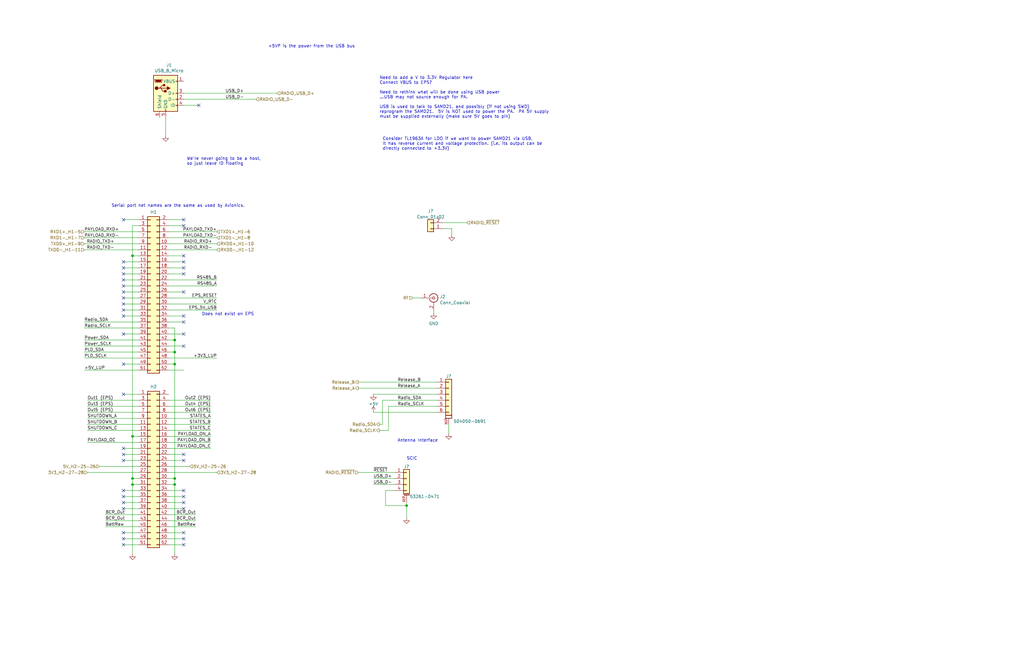
<source format=kicad_sch>
(kicad_sch (version 20211123) (generator eeschema)
  (paper "B")
  (lib_symbols
    (symbol "Avionics_Board-rescue:USB_B_Micro-Connector" (pin_names (offset 1.016))
      (property "Reference" "J" (at -5.08 11.43 0))
      (property "Value" "USB_B_Micro-Connector" (at -5.08 8.89 0))
      (symbol "USB_B_Micro-Connector_0_1"
        (rectangle (start -5.08 -7.62) (end 5.08 7.62) (stroke (width 0.254)) (fill (type background)))
        (circle (center -3.81 2.159) (radius 0.635) (stroke (width 0.254)) (fill (type outline)))
        (circle (center -0.635 3.429) (radius 0.381) (stroke (width 0.254)) (fill (type outline)))
        (rectangle (start -0.127 -7.62) (end 0.127 -6.858))
        (polyline (pts (xy -1.905 2.159) (xy 0.635 2.159)) (stroke (width 0.254)))
        (polyline (pts (xy -3.175 2.159) (xy -2.54 2.159) (xy -1.27 3.429) (xy -0.635 3.429)) (stroke (width 0.254)))
        (polyline (pts (xy -2.54 2.159) (xy -1.905 2.159) (xy -1.27 0.889) (xy 0 0.889)) (stroke (width 0.254)))
        (polyline (pts (xy 0.635 2.794) (xy 0.635 1.524) (xy 1.905 2.159) (xy 0.635 2.794)) (stroke (width 0.254)) (fill (type outline)))
        (polyline (pts (xy -4.318 5.588) (xy -1.778 5.588) (xy -2.032 4.826) (xy -4.064 4.826) (xy -4.318 5.588)) (fill (type outline)))
        (polyline (pts (xy -4.699 5.842) (xy -4.699 5.588) (xy -4.445 4.826) (xy -4.445 4.572) (xy -1.651 4.572) (xy -1.651 4.826) (xy -1.397 5.588) (xy -1.397 5.842) (xy -4.699 5.842)))
        (rectangle (start 0.254 1.27) (end -0.508 0.508) (stroke (width 0.254)) (fill (type outline)))
        (rectangle (start 5.08 -5.207) (end 4.318 -4.953))
        (rectangle (start 5.08 -2.667) (end 4.318 -2.413))
        (rectangle (start 5.08 -0.127) (end 4.318 0.127))
        (rectangle (start 5.08 4.953) (end 4.318 5.207))
      )
      (symbol "USB_B_Micro-Connector_1_1"
        (pin power_out line (at 7.62 5.08 180) (length 2.54) (name "VBUS") (number "1"))
        (pin passive line (at 7.62 -2.54 180) (length 2.54) (name "D-") (number "2"))
        (pin passive line (at 7.62 0 180) (length 2.54) (name "D+") (number "3"))
        (pin passive line (at 7.62 -5.08 180) (length 2.54) (name "ID") (number "4"))
        (pin power_out line (at 0 -10.16 90) (length 2.54) (name "GND") (number "5"))
        (pin passive line (at -2.54 -10.16 90) (length 2.54) (name "Shield") (number "6"))
      )
    )
    (symbol "Connector:Conn_Coaxial" (pin_names (offset 1.016) hide)
      (property "Reference" "J" (at 0.254 3.048 0))
      (property "Value" "Conn_Coaxial" (at 2.921 0 90))
      (symbol "Conn_Coaxial_0_1"
        (arc (start -1.778 -0.508) (mid 0.222 -1.808) (end 1.778 0) (stroke (width 0.254)))
        (polyline (pts (xy -2.54 0) (xy -0.508 0)))
        (polyline (pts (xy 0 -2.54) (xy 0 -1.778)))
        (circle (center 0 0) (radius 0.508) (stroke (width 0.2032)))
        (arc (start 1.778 0) (mid 0.2221 1.8083) (end -1.778 0.508) (stroke (width 0.254)))
      )
      (symbol "Conn_Coaxial_1_1"
        (pin passive line (at -5.08 0 0) (length 2.54) (name "In") (number "1"))
        (pin passive line (at 0 -5.08 90) (length 2.54) (name "Ext") (number "2"))
      )
    )
    (symbol "Connector_Generic:Conn_01x02" (pin_names (offset 1.016) hide)
      (property "Reference" "J" (at 0 2.54 0))
      (property "Value" "Conn_01x02" (at 0 -5.08 0))
      (symbol "Conn_01x02_1_1"
        (rectangle (start -1.27 -2.413) (end 0 -2.667) (stroke (width 0.1524)))
        (rectangle (start -1.27 0.127) (end 0 -0.127) (stroke (width 0.1524)))
        (rectangle (start -1.27 1.27) (end 1.27 -3.81) (stroke (width 0.254)) (fill (type background)))
        (pin passive line (at -5.08 0 0) (length 3.81) (name "Pin_1") (number "1"))
        (pin passive line (at -5.08 -2.54 0) (length 3.81) (name "Pin_2") (number "2"))
      )
    )
    (symbol "Connector_Generic:Conn_02x26_Odd_Even" (pin_names (offset 1.016) hide)
      (property "Reference" "J" (at 1.27 33.02 0))
      (property "Value" "Conn_02x26_Odd_Even" (at 1.27 -35.56 0))
      (symbol "Conn_02x26_Odd_Even_1_1"
        (rectangle (start -1.27 -32.893) (end 0 -33.147) (stroke (width 0.1524)))
        (rectangle (start -1.27 -30.353) (end 0 -30.607) (stroke (width 0.1524)))
        (rectangle (start -1.27 -27.813) (end 0 -28.067) (stroke (width 0.1524)))
        (rectangle (start -1.27 -25.273) (end 0 -25.527) (stroke (width 0.1524)))
        (rectangle (start -1.27 -22.733) (end 0 -22.987) (stroke (width 0.1524)))
        (rectangle (start -1.27 -20.193) (end 0 -20.447) (stroke (width 0.1524)))
        (rectangle (start -1.27 -17.653) (end 0 -17.907) (stroke (width 0.1524)))
        (rectangle (start -1.27 -15.113) (end 0 -15.367) (stroke (width 0.1524)))
        (rectangle (start -1.27 -12.573) (end 0 -12.827) (stroke (width 0.1524)))
        (rectangle (start -1.27 -10.033) (end 0 -10.287) (stroke (width 0.1524)))
        (rectangle (start -1.27 -7.493) (end 0 -7.747) (stroke (width 0.1524)))
        (rectangle (start -1.27 -4.953) (end 0 -5.207) (stroke (width 0.1524)))
        (rectangle (start -1.27 -2.413) (end 0 -2.667) (stroke (width 0.1524)))
        (rectangle (start -1.27 0.127) (end 0 -0.127) (stroke (width 0.1524)))
        (rectangle (start -1.27 2.667) (end 0 2.413) (stroke (width 0.1524)))
        (rectangle (start -1.27 5.207) (end 0 4.953) (stroke (width 0.1524)))
        (rectangle (start -1.27 7.747) (end 0 7.493) (stroke (width 0.1524)))
        (rectangle (start -1.27 10.287) (end 0 10.033) (stroke (width 0.1524)))
        (rectangle (start -1.27 12.827) (end 0 12.573) (stroke (width 0.1524)))
        (rectangle (start -1.27 15.367) (end 0 15.113) (stroke (width 0.1524)))
        (rectangle (start -1.27 17.907) (end 0 17.653) (stroke (width 0.1524)))
        (rectangle (start -1.27 20.447) (end 0 20.193) (stroke (width 0.1524)))
        (rectangle (start -1.27 22.987) (end 0 22.733) (stroke (width 0.1524)))
        (rectangle (start -1.27 25.527) (end 0 25.273) (stroke (width 0.1524)))
        (rectangle (start -1.27 28.067) (end 0 27.813) (stroke (width 0.1524)))
        (rectangle (start -1.27 30.607) (end 0 30.353) (stroke (width 0.1524)))
        (rectangle (start -1.27 31.75) (end 3.81 -34.29) (stroke (width 0.254)) (fill (type background)))
        (rectangle (start 3.81 -32.893) (end 2.54 -33.147) (stroke (width 0.1524)))
        (rectangle (start 3.81 -30.353) (end 2.54 -30.607) (stroke (width 0.1524)))
        (rectangle (start 3.81 -27.813) (end 2.54 -28.067) (stroke (width 0.1524)))
        (rectangle (start 3.81 -25.273) (end 2.54 -25.527) (stroke (width 0.1524)))
        (rectangle (start 3.81 -22.733) (end 2.54 -22.987) (stroke (width 0.1524)))
        (rectangle (start 3.81 -20.193) (end 2.54 -20.447) (stroke (width 0.1524)))
        (rectangle (start 3.81 -17.653) (end 2.54 -17.907) (stroke (width 0.1524)))
        (rectangle (start 3.81 -15.113) (end 2.54 -15.367) (stroke (width 0.1524)))
        (rectangle (start 3.81 -12.573) (end 2.54 -12.827) (stroke (width 0.1524)))
        (rectangle (start 3.81 -10.033) (end 2.54 -10.287) (stroke (width 0.1524)))
        (rectangle (start 3.81 -7.493) (end 2.54 -7.747) (stroke (width 0.1524)))
        (rectangle (start 3.81 -4.953) (end 2.54 -5.207) (stroke (width 0.1524)))
        (rectangle (start 3.81 -2.413) (end 2.54 -2.667) (stroke (width 0.1524)))
        (rectangle (start 3.81 0.127) (end 2.54 -0.127) (stroke (width 0.1524)))
        (rectangle (start 3.81 2.667) (end 2.54 2.413) (stroke (width 0.1524)))
        (rectangle (start 3.81 5.207) (end 2.54 4.953) (stroke (width 0.1524)))
        (rectangle (start 3.81 7.747) (end 2.54 7.493) (stroke (width 0.1524)))
        (rectangle (start 3.81 10.287) (end 2.54 10.033) (stroke (width 0.1524)))
        (rectangle (start 3.81 12.827) (end 2.54 12.573) (stroke (width 0.1524)))
        (rectangle (start 3.81 15.367) (end 2.54 15.113) (stroke (width 0.1524)))
        (rectangle (start 3.81 17.907) (end 2.54 17.653) (stroke (width 0.1524)))
        (rectangle (start 3.81 20.447) (end 2.54 20.193) (stroke (width 0.1524)))
        (rectangle (start 3.81 22.987) (end 2.54 22.733) (stroke (width 0.1524)))
        (rectangle (start 3.81 25.527) (end 2.54 25.273) (stroke (width 0.1524)))
        (rectangle (start 3.81 28.067) (end 2.54 27.813) (stroke (width 0.1524)))
        (rectangle (start 3.81 30.607) (end 2.54 30.353) (stroke (width 0.1524)))
        (pin passive line (at -5.08 30.48 0) (length 3.81) (name "Pin_1") (number "1"))
        (pin passive line (at 7.62 20.32 180) (length 3.81) (name "Pin_10") (number "10"))
        (pin passive line (at -5.08 17.78 0) (length 3.81) (name "Pin_11") (number "11"))
        (pin passive line (at 7.62 17.78 180) (length 3.81) (name "Pin_12") (number "12"))
        (pin passive line (at -5.08 15.24 0) (length 3.81) (name "Pin_13") (number "13"))
        (pin passive line (at 7.62 15.24 180) (length 3.81) (name "Pin_14") (number "14"))
        (pin passive line (at -5.08 12.7 0) (length 3.81) (name "Pin_15") (number "15"))
        (pin passive line (at 7.62 12.7 180) (length 3.81) (name "Pin_16") (number "16"))
        (pin passive line (at -5.08 10.16 0) (length 3.81) (name "Pin_17") (number "17"))
        (pin passive line (at 7.62 10.16 180) (length 3.81) (name "Pin_18") (number "18"))
        (pin passive line (at -5.08 7.62 0) (length 3.81) (name "Pin_19") (number "19"))
        (pin passive line (at 7.62 30.48 180) (length 3.81) (name "Pin_2") (number "2"))
        (pin passive line (at 7.62 7.62 180) (length 3.81) (name "Pin_20") (number "20"))
        (pin passive line (at -5.08 5.08 0) (length 3.81) (name "Pin_21") (number "21"))
        (pin passive line (at 7.62 5.08 180) (length 3.81) (name "Pin_22") (number "22"))
        (pin passive line (at -5.08 2.54 0) (length 3.81) (name "Pin_23") (number "23"))
        (pin passive line (at 7.62 2.54 180) (length 3.81) (name "Pin_24") (number "24"))
        (pin passive line (at -5.08 0 0) (length 3.81) (name "Pin_25") (number "25"))
        (pin passive line (at 7.62 0 180) (length 3.81) (name "Pin_26") (number "26"))
        (pin passive line (at -5.08 -2.54 0) (length 3.81) (name "Pin_27") (number "27"))
        (pin passive line (at 7.62 -2.54 180) (length 3.81) (name "Pin_28") (number "28"))
        (pin passive line (at -5.08 -5.08 0) (length 3.81) (name "Pin_29") (number "29"))
        (pin passive line (at -5.08 27.94 0) (length 3.81) (name "Pin_3") (number "3"))
        (pin passive line (at 7.62 -5.08 180) (length 3.81) (name "Pin_30") (number "30"))
        (pin passive line (at -5.08 -7.62 0) (length 3.81) (name "Pin_31") (number "31"))
        (pin passive line (at 7.62 -7.62 180) (length 3.81) (name "Pin_32") (number "32"))
        (pin passive line (at -5.08 -10.16 0) (length 3.81) (name "Pin_33") (number "33"))
        (pin passive line (at 7.62 -10.16 180) (length 3.81) (name "Pin_34") (number "34"))
        (pin passive line (at -5.08 -12.7 0) (length 3.81) (name "Pin_35") (number "35"))
        (pin passive line (at 7.62 -12.7 180) (length 3.81) (name "Pin_36") (number "36"))
        (pin passive line (at -5.08 -15.24 0) (length 3.81) (name "Pin_37") (number "37"))
        (pin passive line (at 7.62 -15.24 180) (length 3.81) (name "Pin_38") (number "38"))
        (pin passive line (at -5.08 -17.78 0) (length 3.81) (name "Pin_39") (number "39"))
        (pin passive line (at 7.62 27.94 180) (length 3.81) (name "Pin_4") (number "4"))
        (pin passive line (at 7.62 -17.78 180) (length 3.81) (name "Pin_40") (number "40"))
        (pin passive line (at -5.08 -20.32 0) (length 3.81) (name "Pin_41") (number "41"))
        (pin passive line (at 7.62 -20.32 180) (length 3.81) (name "Pin_42") (number "42"))
        (pin passive line (at -5.08 -22.86 0) (length 3.81) (name "Pin_43") (number "43"))
        (pin passive line (at 7.62 -22.86 180) (length 3.81) (name "Pin_44") (number "44"))
        (pin passive line (at -5.08 -25.4 0) (length 3.81) (name "Pin_45") (number "45"))
        (pin passive line (at 7.62 -25.4 180) (length 3.81) (name "Pin_46") (number "46"))
        (pin passive line (at -5.08 -27.94 0) (length 3.81) (name "Pin_47") (number "47"))
        (pin passive line (at 7.62 -27.94 180) (length 3.81) (name "Pin_48") (number "48"))
        (pin passive line (at -5.08 -30.48 0) (length 3.81) (name "Pin_49") (number "49"))
        (pin passive line (at -5.08 25.4 0) (length 3.81) (name "Pin_5") (number "5"))
        (pin passive line (at 7.62 -30.48 180) (length 3.81) (name "Pin_50") (number "50"))
        (pin passive line (at -5.08 -33.02 0) (length 3.81) (name "Pin_51") (number "51"))
        (pin passive line (at 7.62 -33.02 180) (length 3.81) (name "Pin_52") (number "52"))
        (pin passive line (at 7.62 25.4 180) (length 3.81) (name "Pin_6") (number "6"))
        (pin passive line (at -5.08 22.86 0) (length 3.81) (name "Pin_7") (number "7"))
        (pin passive line (at 7.62 22.86 180) (length 3.81) (name "Pin_8") (number "8"))
        (pin passive line (at -5.08 20.32 0) (length 3.81) (name "Pin_9") (number "9"))
      )
    )
    (symbol "Connector_Generic_MountingPin:Conn_01x04_MountingPin" (pin_names (offset 1.016) hide)
      (property "Reference" "J" (at 0 5.08 0))
      (property "Value" "Conn_01x04_MountingPin" (at 1.27 -7.62 0))
      (symbol "Conn_01x04_MountingPin_1_1"
        (rectangle (start -1.27 -4.953) (end 0 -5.207) (stroke (width 0.1524)))
        (rectangle (start -1.27 -2.413) (end 0 -2.667) (stroke (width 0.1524)))
        (rectangle (start -1.27 0.127) (end 0 -0.127) (stroke (width 0.1524)))
        (rectangle (start -1.27 2.667) (end 0 2.413) (stroke (width 0.1524)))
        (rectangle (start -1.27 3.81) (end 1.27 -6.35) (stroke (width 0.254)) (fill (type background)))
        (polyline (pts (xy -1.016 -7.112) (xy 1.016 -7.112)) (stroke (width 0.1524)))
        (text "Mounting" (at 0 -6.731 0) (effects (font (size 0.381 0.381))))
        (pin passive line (at -5.08 2.54 0) (length 3.81) (name "Pin_1") (number "1"))
        (pin passive line (at -5.08 0 0) (length 3.81) (name "Pin_2") (number "2"))
        (pin passive line (at -5.08 -2.54 0) (length 3.81) (name "Pin_3") (number "3"))
        (pin passive line (at -5.08 -5.08 0) (length 3.81) (name "Pin_4") (number "4"))
        (pin passive line (at 0 -10.16 90) (length 3.048) (name "MountPin") (number "MP"))
      )
    )
    (symbol "Silversat:504050-0691" (pin_names (offset 1.016) hide)
      (property "Reference" "J" (at 0 7.62 0))
      (property "Value" "504050-0691" (at 10.16 -7.62 0))
      (symbol "504050-0691_0_1"
        (rectangle (start -1.27 -8.89) (end 1.27 -10.16) (stroke (width 0.254)))
      )
      (symbol "504050-0691_1_1"
        (rectangle (start -1.27 -7.493) (end 0 -7.747) (stroke (width 0.1524)))
        (rectangle (start -1.27 -4.953) (end 0 -5.207) (stroke (width 0.1524)))
        (rectangle (start -1.27 -2.413) (end 0 -2.667) (stroke (width 0.1524)))
        (rectangle (start -1.27 0.127) (end 0 -0.127) (stroke (width 0.1524)))
        (rectangle (start -1.27 2.667) (end 0 2.413) (stroke (width 0.1524)))
        (rectangle (start -1.27 5.207) (end 0 4.953) (stroke (width 0.1524)))
        (rectangle (start -1.27 6.35) (end 1.27 -8.89) (stroke (width 0.254)) (fill (type background)))
        (pin passive line (at -5.08 5.08 0) (length 3.81) (name "Pin_1") (number "1"))
        (pin passive line (at -5.08 2.54 0) (length 3.81) (name "Pin_2") (number "2"))
        (pin passive line (at -5.08 0 0) (length 3.81) (name "Pin_3") (number "3"))
        (pin passive line (at -5.08 -2.54 0) (length 3.81) (name "Pin_4") (number "4"))
        (pin passive line (at -5.08 -5.08 0) (length 3.81) (name "Pin_5") (number "5"))
        (pin passive line (at -5.08 -7.62 0) (length 3.81) (name "Pin_6") (number "6"))
        (pin passive line (at 0 -12.7 90) (length 2.54) (name "MP") (number "MP"))
      )
    )
    (symbol "power:+5V" (power) (pin_names (offset 0))
      (property "Value" "+5V" (at 0 3.556 0))
      (symbol "+5V_0_1"
        (polyline (pts (xy -0.762 1.27) (xy 0 2.54)))
        (polyline (pts (xy 0 0) (xy 0 2.54)))
        (polyline (pts (xy 0 2.54) (xy 0.762 1.27)))
      )
      (symbol "+5V_1_1"
        (pin power_in line (at 0 0 90) (length 0) hide (name "+5V") (number "1"))
      )
    )
    (symbol "power:GND" (power) (pin_names (offset 0))
      (property "Value" "GND" (at 0 -3.81 0))
      (symbol "GND_0_1"
        (polyline (pts (xy 0 0) (xy 0 -1.27) (xy 1.27 -1.27) (xy 0 -2.54) (xy -1.27 -1.27) (xy 0 -1.27)))
      )
      (symbol "GND_1_1"
        (pin power_in line (at 0 0 270) (length 0) hide (name "GND") (number "1"))
      )
    )
  )
  (junction (at 73.66 153.67))
  (junction (at 55.88 107.95))
  (junction (at 73.66 143.51))
  (junction (at 55.88 201.93))
  (junction (at 73.66 201.93))
  (junction (at 73.66 148.59))
  (junction (at 171.45 213.36))
  (junction (at 73.66 204.47))
  (junction (at 55.88 184.15))
  (junction (at 55.88 204.47))
  (no_connect (at 83.82 44.45))
  (no_connect (at 77.47 146.05))
  (no_connect (at 77.47 133.35))
  (no_connect (at 77.47 135.89))
  (no_connect (at 77.47 140.97))
  (no_connect (at 77.47 92.71))
  (no_connect (at 77.47 95.25))
  (no_connect (at 77.47 123.19))
  (no_connect (at 77.47 107.95))
  (no_connect (at 77.47 110.49))
  (no_connect (at 77.47 113.03))
  (no_connect (at 77.47 115.57))
  (no_connect (at 52.07 153.67))
  (no_connect (at 52.07 110.49))
  (no_connect (at 52.07 113.03))
  (no_connect (at 52.07 133.35))
  (no_connect (at 52.07 140.97))
  (no_connect (at 52.07 123.19))
  (no_connect (at 52.07 125.73))
  (no_connect (at 52.07 128.27))
  (no_connect (at 52.07 130.81))
  (no_connect (at 52.07 115.57))
  (no_connect (at 52.07 118.11))
  (no_connect (at 52.07 120.65))
  (no_connect (at 52.07 92.71))
  (no_connect (at 77.47 191.77))
  (no_connect (at 77.47 194.31))
  (no_connect (at 52.07 207.01))
  (no_connect (at 52.07 224.79))
  (no_connect (at 52.07 229.87))
  (no_connect (at 52.07 227.33))
  (no_connect (at 52.07 209.55))
  (no_connect (at 52.07 212.09))
  (no_connect (at 52.07 214.63))
  (no_connect (at 77.47 207.01))
  (no_connect (at 77.47 209.55))
  (no_connect (at 77.47 212.09))
  (no_connect (at 77.47 214.63))
  (no_connect (at 77.47 224.79))
  (no_connect (at 77.47 227.33))
  (no_connect (at 77.47 229.87))
  (no_connect (at 52.07 189.23))
  (no_connect (at 52.07 191.77))
  (no_connect (at 52.07 194.31))
  (no_connect (at 52.07 166.37))
  (wire (pts (xy 71.12 148.59) (xy 73.66 148.59)))
  (wire (pts (xy 52.07 207.01) (xy 58.42 207.01)))
  (wire (pts (xy 71.12 133.35) (xy 77.47 133.35)))
  (wire (pts (xy 157.48 204.47) (xy 166.37 204.47)))
  (wire (pts (xy 71.12 194.31) (xy 77.47 194.31)))
  (wire (pts (xy 162.56 207.01) (xy 162.56 213.36)))
  (wire (pts (xy 35.56 102.87) (xy 58.42 102.87)))
  (wire (pts (xy 55.88 201.93) (xy 58.42 201.93)))
  (wire (pts (xy 71.12 151.13) (xy 91.44 151.13)))
  (wire (pts (xy 52.07 133.35) (xy 58.42 133.35)))
  (wire (pts (xy 71.12 191.77) (xy 77.47 191.77)))
  (wire (pts (xy 182.88 130.81) (xy 182.88 132.08)))
  (wire (pts (xy 44.45 219.71) (xy 58.42 219.71)))
  (wire (pts (xy 52.07 209.55) (xy 58.42 209.55)))
  (wire (pts (xy 36.83 171.45) (xy 58.42 171.45)))
  (wire (pts (xy 73.66 204.47) (xy 73.66 233.68)))
  (wire (pts (xy 52.07 191.77) (xy 58.42 191.77)))
  (wire (pts (xy 189.23 179.07) (xy 189.23 182.88)))
  (wire (pts (xy 163.83 171.45) (xy 184.15 171.45)))
  (wire (pts (xy 71.12 110.49) (xy 77.47 110.49)))
  (wire (pts (xy 71.12 100.33) (xy 91.44 100.33)))
  (wire (pts (xy 186.69 96.52) (xy 190.5 96.52)))
  (wire (pts (xy 35.56 148.59) (xy 58.42 148.59)))
  (wire (pts (xy 52.07 189.23) (xy 58.42 189.23)))
  (wire (pts (xy 71.12 186.69) (xy 88.9 186.69)))
  (wire (pts (xy 71.12 189.23) (xy 88.9 189.23)))
  (wire (pts (xy 71.12 105.41) (xy 91.44 105.41)))
  (wire (pts (xy 35.56 138.43) (xy 58.42 138.43)))
  (wire (pts (xy 71.12 97.79) (xy 91.44 97.79)))
  (wire (pts (xy 52.07 194.31) (xy 58.42 194.31)))
  (wire (pts (xy 52.07 224.79) (xy 58.42 224.79)))
  (wire (pts (xy 44.45 222.25) (xy 58.42 222.25)))
  (wire (pts (xy 55.88 204.47) (xy 58.42 204.47)))
  (wire (pts (xy 52.07 227.33) (xy 58.42 227.33)))
  (wire (pts (xy 171.45 213.36) (xy 171.45 218.44)))
  (wire (pts (xy 71.12 125.73) (xy 91.44 125.73)))
  (wire (pts (xy 71.12 176.53) (xy 88.9 176.53)))
  (wire (pts (xy 36.83 173.99) (xy 58.42 173.99)))
  (wire (pts (xy 71.12 207.01) (xy 77.47 207.01)))
  (wire (pts (xy 71.12 130.81) (xy 91.44 130.81)))
  (wire (pts (xy 161.29 179.07) (xy 161.29 168.91)))
  (wire (pts (xy 52.07 214.63) (xy 58.42 214.63)))
  (wire (pts (xy 52.07 212.09) (xy 58.42 212.09)))
  (wire (pts (xy 173.99 125.73) (xy 177.8 125.73)))
  (wire (pts (xy 35.56 105.41) (xy 58.42 105.41)))
  (wire (pts (xy 52.07 123.19) (xy 58.42 123.19)))
  (wire (pts (xy 71.12 196.85) (xy 80.01 196.85)))
  (wire (pts (xy 69.85 49.53) (xy 69.85 57.15)))
  (wire (pts (xy 71.12 168.91) (xy 88.9 168.91)))
  (wire (pts (xy 36.83 186.69) (xy 58.42 186.69)))
  (wire (pts (xy 71.12 184.15) (xy 88.9 184.15)))
  (wire (pts (xy 73.66 143.51) (xy 73.66 148.59)))
  (wire (pts (xy 71.12 212.09) (xy 77.47 212.09)))
  (wire (pts (xy 151.13 163.83) (xy 184.15 163.83)))
  (wire (pts (xy 71.12 95.25) (xy 77.47 95.25)))
  (wire (pts (xy 36.83 181.61) (xy 58.42 181.61)))
  (wire (pts (xy 55.88 95.25) (xy 58.42 95.25)))
  (wire (pts (xy 161.29 168.91) (xy 184.15 168.91)))
  (wire (pts (xy 73.66 201.93) (xy 73.66 204.47)))
  (wire (pts (xy 35.56 135.89) (xy 58.42 135.89)))
  (wire (pts (xy 71.12 123.19) (xy 77.47 123.19)))
  (wire (pts (xy 52.07 125.73) (xy 58.42 125.73)))
  (wire (pts (xy 186.69 93.98) (xy 196.85 93.98)))
  (wire (pts (xy 71.12 229.87) (xy 77.47 229.87)))
  (wire (pts (xy 71.12 181.61) (xy 88.9 181.61)))
  (wire (pts (xy 166.37 207.01) (xy 162.56 207.01)))
  (wire (pts (xy 73.66 138.43) (xy 73.66 143.51)))
  (wire (pts (xy 77.47 39.37) (xy 116.84 39.37)))
  (wire (pts (xy 35.56 143.51) (xy 58.42 143.51)))
  (wire (pts (xy 77.47 44.45) (xy 83.82 44.45)))
  (wire (pts (xy 151.13 161.29) (xy 184.15 161.29)))
  (wire (pts (xy 71.12 156.21) (xy 77.47 156.21)))
  (wire (pts (xy 71.12 115.57) (xy 77.47 115.57)))
  (wire (pts (xy 36.83 199.39) (xy 58.42 199.39)))
  (wire (pts (xy 73.66 153.67) (xy 73.66 201.93)))
  (wire (pts (xy 160.02 181.61) (xy 163.83 181.61)))
  (wire (pts (xy 71.12 209.55) (xy 77.47 209.55)))
  (wire (pts (xy 157.48 166.37) (xy 184.15 166.37)))
  (wire (pts (xy 52.07 128.27) (xy 58.42 128.27)))
  (wire (pts (xy 71.12 173.99) (xy 88.9 173.99)))
  (wire (pts (xy 52.07 92.71) (xy 58.42 92.71)))
  (wire (pts (xy 160.02 179.07) (xy 161.29 179.07)))
  (wire (pts (xy 52.07 113.03) (xy 58.42 113.03)))
  (wire (pts (xy 35.56 97.79) (xy 58.42 97.79)))
  (wire (pts (xy 71.12 146.05) (xy 77.47 146.05)))
  (wire (pts (xy 71.12 171.45) (xy 88.9 171.45)))
  (wire (pts (xy 52.07 110.49) (xy 58.42 110.49)))
  (wire (pts (xy 71.12 179.07) (xy 88.9 179.07)))
  (wire (pts (xy 71.12 107.95) (xy 77.47 107.95)))
  (wire (pts (xy 52.07 229.87) (xy 58.42 229.87)))
  (wire (pts (xy 71.12 214.63) (xy 77.47 214.63)))
  (wire (pts (xy 190.5 96.52) (xy 190.5 99.06)))
  (wire (pts (xy 52.07 130.81) (xy 58.42 130.81)))
  (wire (pts (xy 151.13 199.39) (xy 166.37 199.39)))
  (wire (pts (xy 71.12 138.43) (xy 73.66 138.43)))
  (wire (pts (xy 71.12 224.79) (xy 77.47 224.79)))
  (wire (pts (xy 35.56 156.21) (xy 58.42 156.21)))
  (wire (pts (xy 71.12 199.39) (xy 91.44 199.39)))
  (wire (pts (xy 71.12 92.71) (xy 77.47 92.71)))
  (wire (pts (xy 71.12 128.27) (xy 91.44 128.27)))
  (wire (pts (xy 52.07 153.67) (xy 58.42 153.67)))
  (wire (pts (xy 73.66 148.59) (xy 73.66 153.67)))
  (wire (pts (xy 163.83 181.61) (xy 163.83 171.45)))
  (wire (pts (xy 71.12 143.51) (xy 73.66 143.51)))
  (wire (pts (xy 71.12 219.71) (xy 82.55 219.71)))
  (wire (pts (xy 71.12 113.03) (xy 77.47 113.03)))
  (wire (pts (xy 36.83 168.91) (xy 58.42 168.91)))
  (wire (pts (xy 71.12 135.89) (xy 77.47 135.89)))
  (wire (pts (xy 157.48 201.93) (xy 166.37 201.93)))
  (wire (pts (xy 44.45 217.17) (xy 58.42 217.17)))
  (wire (pts (xy 71.12 217.17) (xy 82.55 217.17)))
  (wire (pts (xy 55.88 107.95) (xy 55.88 184.15)))
  (wire (pts (xy 35.56 151.13) (xy 58.42 151.13)))
  (wire (pts (xy 52.07 140.97) (xy 58.42 140.97)))
  (wire (pts (xy 71.12 201.93) (xy 73.66 201.93)))
  (wire (pts (xy 35.56 146.05) (xy 58.42 146.05)))
  (wire (pts (xy 71.12 204.47) (xy 73.66 204.47)))
  (wire (pts (xy 71.12 140.97) (xy 77.47 140.97)))
  (wire (pts (xy 55.88 204.47) (xy 55.88 233.68)))
  (wire (pts (xy 52.07 120.65) (xy 58.42 120.65)))
  (wire (pts (xy 71.12 222.25) (xy 82.55 222.25)))
  (wire (pts (xy 162.56 213.36) (xy 171.45 213.36)))
  (wire (pts (xy 55.88 184.15) (xy 58.42 184.15)))
  (wire (pts (xy 77.47 41.91) (xy 107.95 41.91)))
  (wire (pts (xy 35.56 100.33) (xy 58.42 100.33)))
  (wire (pts (xy 36.83 179.07) (xy 58.42 179.07)))
  (wire (pts (xy 55.88 95.25) (xy 55.88 107.95)))
  (wire (pts (xy 71.12 118.11) (xy 91.44 118.11)))
  (wire (pts (xy 52.07 166.37) (xy 58.42 166.37)))
  (wire (pts (xy 36.83 176.53) (xy 58.42 176.53)))
  (wire (pts (xy 71.12 153.67) (xy 73.66 153.67)))
  (wire (pts (xy 71.12 120.65) (xy 91.44 120.65)))
  (wire (pts (xy 55.88 184.15) (xy 55.88 201.93)))
  (wire (pts (xy 55.88 201.93) (xy 55.88 204.47)))
  (wire (pts (xy 157.48 173.99) (xy 184.15 173.99)))
  (wire (pts (xy 55.88 107.95) (xy 58.42 107.95)))
  (wire (pts (xy 71.12 227.33) (xy 77.47 227.33)))
  (wire (pts (xy 52.07 115.57) (xy 58.42 115.57)))
  (wire (pts (xy 171.45 212.09) (xy 171.45 213.36)))
  (wire (pts (xy 41.91 196.85) (xy 58.42 196.85)))
  (wire (pts (xy 71.12 102.87) (xy 91.44 102.87)))
  (wire (pts (xy 52.07 118.11) (xy 58.42 118.11)))
  (text "+5VP is the power from the USB bus" (at 113.03 20.32 0) (effects (font (size 1.27 1.27)) (justify left bottom)))
  (text "Antenna Interface\n" (at 167.64 186.69 0) (effects (font (size 1.27 1.27)) (justify left bottom)))
  (text "SCIC" (at 171.45 194.31 0) (effects (font (size 1.27 1.27)) (justify left bottom)))
  (text "Need to add a V to 3.3V Regulator here\nConnect VBUS to EPS?\n\nNeed to rethink what will be done using USB power\n...USB may not source enough for PA.\n\nUSB is used to talk to SAMD21, and possibly (if not using SWD)\nreprogram the SAMD21.  5V is NOT used to power the PA.  PA 5V supply\nmust be supplied externally (make sure 5V goes to pin)\n\n" (at 160.02 52.07 0) (effects (font (size 1.27 1.27)) (justify left bottom)))
  (text "We're never going to be a host, \nso just leave ID floating" (at 78.74 69.85 0) (effects (font (size 1.27 1.27)) (justify left bottom)))
  (text "Does not exist on EPS" (at 85.09 133.35 0) (effects (font (size 1.27 1.27)) (justify left bottom)))
  (text "Serial port net names are the same as used by Avionics." (at 46.99 87.63 0) (effects (font (size 1.27 1.27)) (justify left bottom)))
  (text "Consider TL1963A for LDO if we want to power SAMD21 via USB.\nIt has reverse current and voltage protection. (i.e. its output can be \ndirectly connected to +3.3V)\n" (at 161.29 63.5 0) (effects (font (size 1.27 1.27)) (justify left bottom)))
  (label "RADIO_TXD-" (at 48.26 105.41 180))
  (label "PAYLOAD_TXD-" (at 91.44 100.33 180))
  (label "~{RESET}" (at 157.48 199.39 0))
  (label "V_RTC" (at 91.44 128.27 180))
  (label "STATES_C" (at 88.9 181.61 180))
  (label "USB_D+" (at 157.48 201.93 0))
  (label "EPS_5V_USB" (at 91.44 130.81 180))
  (label "STATES_A" (at 88.9 176.53 180))
  (label "EPS_RESET" (at 91.44 125.73 180))
  (label "BCR_Out" (at 82.55 219.71 180))
  (label "BattRaw" (at 44.45 222.25 0))
  (label "PAYLOAD_ON_A" (at 88.9 184.15 180))
  (label "SHUTDOWN_A" (at 36.83 176.53 0))
  (label "Power_SCLK" (at 35.56 146.05 0))
  (label "Power_SDA" (at 35.56 143.51 0))
  (label "BattRaw" (at 82.55 222.25 180))
  (label "SHUTDOWN_C" (at 36.83 181.61 0))
  (label "PAYLOAD_RXD+" (at 35.56 97.79 0))
  (label "RS485_A" (at 91.44 120.65 180))
  (label "PAYLOAD_TXD+" (at 91.44 97.79 180))
  (label "USB_D-" (at 157.48 204.47 0))
  (label "+5V_LUP" (at 35.56 156.21 0))
  (label "BCR_Out" (at 44.45 217.17 0))
  (label "Release_A" (at 167.64 163.83 0))
  (label "PLD_SDA" (at 35.56 148.59 0))
  (label "RADIO_RXD+" (at 77.47 102.87 0))
  (label "BCR_Out" (at 44.45 219.71 0))
  (label "USB_D-" (at 102.87 41.91 180))
  (label "Radio_SCLK" (at 167.64 171.45 0))
  (label "PAYLOAD_RXD-" (at 35.56 100.33 0))
  (label "Out4 (EPS)" (at 88.9 171.45 180))
  (label "+3V3_LUP" (at 91.44 151.13 180))
  (label "Radio_SDA" (at 167.64 168.91 0))
  (label "PLD_SCLK" (at 35.56 151.13 0))
  (label "Release_B" (at 167.64 161.29 0))
  (label "RADIO_RXD-" (at 77.47 105.41 0))
  (label "BCR_Out" (at 82.55 217.17 180))
  (label "Out2 (EPS)" (at 88.9 168.91 180))
  (label "Radio_SDA" (at 35.56 135.89 0))
  (label "RS485_B" (at 91.44 118.11 180))
  (label "Out3 (EPS)" (at 36.83 171.45 0))
  (label "Radio_SCLK" (at 35.56 138.43 0))
  (label "PAYLOAD_ON_C" (at 88.9 189.23 180))
  (label "USB_D+" (at 102.87 39.37 180))
  (label "PAYLOAD_ON_B" (at 88.9 186.69 180))
  (label "STATES_B" (at 88.9 179.07 180))
  (label "PAYLOAD_OC" (at 36.83 186.69 0))
  (label "SHUTDOWN_B" (at 36.83 179.07 0))
  (label "RADIO_TXD+" (at 48.26 102.87 180))
  (label "Out5 (EPS)" (at 36.83 173.99 0))
  (label "Out1 (EPS)" (at 36.83 168.91 0))
  (label "Out6 (EPS)" (at 88.9 173.99 180))
  (hierarchical_label "RF" (shape input) (at 173.99 125.73 180))
  (hierarchical_label "5V_H2-25-26" (shape input) (at 41.91 196.85 180))
  (hierarchical_label "RXD1+_H1-5" (shape input) (at 35.56 97.79 180))
  (hierarchical_label "RXD0-_H1-12" (shape input) (at 91.44 105.41 0))
  (hierarchical_label "TXD0+_H1-9" (shape input) (at 35.56 102.87 180))
  (hierarchical_label "Radio_SCLK" (shape output) (at 160.02 181.61 180))
  (hierarchical_label "Release_A" (shape output) (at 151.13 163.83 180))
  (hierarchical_label "RADIO_USB_D-" (shape input) (at 107.95 41.91 0))
  (hierarchical_label "TXD0-_H1-11" (shape input) (at 35.56 105.41 180))
  (hierarchical_label "TXD1-_H1-8" (shape input) (at 91.44 100.33 0))
  (hierarchical_label "3V3_H2-27-28" (shape input) (at 91.44 199.39 0))
  (hierarchical_label "RADIO_USB_D+" (shape input) (at 116.84 39.37 0))
  (hierarchical_label "Release_B" (shape output) (at 151.13 161.29 180))
  (hierarchical_label "RADIO_~{RESET}" (shape input) (at 196.85 93.98 0))
  (hierarchical_label "3V3_H2-27-28" (shape input) (at 36.83 199.39 180))
  (hierarchical_label "RXD0+_H1-10" (shape input) (at 91.44 102.87 0))
  (hierarchical_label "TXD1+_H1-6" (shape input) (at 91.44 97.79 0))
  (hierarchical_label "Radio_SDA" (shape output) (at 160.02 179.07 180))
  (hierarchical_label "RXD1-_H1-7" (shape input) (at 35.56 100.33 180))
  (hierarchical_label "5V_H2-25-26" (shape input) (at 80.01 196.85 0))
  (hierarchical_label "RADIO_~{RESET}" (shape input) (at 151.13 199.39 180))
  (symbol (lib_id "power:GND") (at 73.66 233.68 0) (unit 1)
    (property "Reference" "#PWR05" (effects hide))
    (property "Value" "GND" (effects hide))
  )
  (symbol (lib_id "Connector_Generic_MountingPin:Conn_01x04_MountingPin") (at 171.45 201.93 0) (unit 1)
    (property "Reference" "J?" (at 171.45 196.85 0))
    (property "Value" "53261-0471" (at 172.72 209.55 0) (effects (justify left)))
    (property "Footprint" "Connector_Molex:Molex_PicoBlade_53261-0471_1x04-1MP_P1.25mm_Horizontal" (effects hide))
    (property "MPN" "53261-0471" (effects hide))
    (property "Manufacturer" "Molex" (effects hide))
  )
  (symbol (lib_id "Connector:Conn_Coaxial") (at 182.88 125.73 0) (unit 1)
    (property "Reference" "J2" (at 185.42 125.1885 0) (effects (justify left)))
    (property "Value" "Conn_Coaxial" (at 185.42 127.7254 0) (effects (justify left)))
    (property "Footprint" "Connector_Coaxial:SMA_Amphenol_901-143_Horizontal" (effects hide))
    (property "Datasheet" "https://www.mouser.com/datasheet/2/18/1/amphs04980_1-2259326.pdf" (effects hide))
    (property "Description" "Right Angle Through-Hole SMA Connector" (effects hide))
    (property "MPN" "901-143-6RFX" (effects hide))
    (property "Manufacturer" "Amphenol" (effects hide))
    (property "Manufacturer_Name" "Amphenol" (effects hide))
    (property "Manufacturer_Part_Number" "901-143-6RFX" (effects hide))
    (property "Mouser Part Number" "523-901-143-6RFX" (effects hide))
    (property "Mouser Price/Stock" "https://www.mouser.com/ProductDetail/Amphenol-RF/901-143-6RFX?qs=Kdyc7Q8pFhpGGXyYYV%2FtdA%3D%3D" (effects hide))
    (property "Mouser_Part_Number" "523-901-143-6RFX" (effects hide))
    (property "Part_Number" "901-143-6RFX" (effects hide))
  )
  (symbol (lib_id "power:+5V") (at 157.48 173.99 0) (unit 1)
    (property "Reference" "#PWR?" (effects hide))
    (property "Value" "+5V" (at 157.48 170.4142 0))
  )
  (symbol (lib_id "Connector_Generic:Conn_02x26_Odd_Even") (at 63.5 196.85 0) (unit 1)
    (property "Reference" "H2" (at 64.77 163.195 0))
    (property "Value" "Conn_02x26_Odd_Even" (effects hide))
    (property "Footprint" "kicad_library:TheBus2x26" (effects hide))
    (property "Manufacturer" "Samtec" (effects hide))
    (property "Part_Number" "ESQ-126-37-G-D" (effects hide))
    (property "MPN" "ESQ-126-37-G-D" (effects hide))
    (property "Manufacturer_Part_Number" "ESQ-126-37-G-D" (effects hide))
  )
  (symbol (lib_id "power:GND") (at 171.45 218.44 0) (unit 1)
    (property "Reference" "#PWR?" (effects hide))
    (property "Value" "GND" (effects hide))
  )
  (symbol (lib_id "Silversat:504050-0691") (at 189.23 166.37 0) (unit 1)
    (property "Reference" "J?" (at 189.23 158.75 0))
    (property "Value" "504050-0691" (at 198.12 177.8 0))
    (property "Footprint" "Connector_Molex:Molex_Pico-Lock_504050-0691_1x06-1MP_P1.50mm_Horizontal" (effects hide))
    (property "Datasheet" "./datasheets/5040500691_sd.pdf" (effects hide))
    (property "MPN" "504050-0691" (effects hide))
    (property "Manufacturer" "Molex" (effects hide))
  )
  (symbol (lib_id "power:GND") (at 189.23 182.88 0) (unit 1)
    (property "Reference" "#PWR?" (effects hide))
    (property "Value" "GND" (effects hide))
  )
  (symbol (lib_id "Connector_Generic:Conn_02x26_Odd_Even") (at 63.5 123.19 0) (unit 1)
    (property "Reference" "H1" (at 64.77 89.535 0))
    (property "Value" "Conn_02x26_Odd_Even" (effects hide))
    (property "Footprint" "kicad_library:TheBus2x26" (effects hide))
    (property "Manufacturer" "Samtec" (effects hide))
    (property "Part_Number" "ESQ-126-37-G-D" (effects hide))
    (property "MPN" "ESQ-126-37-G-D" (effects hide))
    (property "Manufacturer_Part_Number" "ESQ-126-37-G-D" (effects hide))
  )
  (symbol (lib_id "power:GND") (at 55.88 233.68 0) (unit 1)
    (property "Reference" "#PWR03" (effects hide))
    (property "Value" "GND" (effects hide))
  )
  (symbol (lib_id "Avionics_Board-rescue:USB_B_Micro-Connector") (at 69.85 39.37 0) (unit 1)
    (property "Reference" "J1" (at 71.2978 27.5082 0))
    (property "Value" "USB_B_Micro" (at 71.2978 29.8196 0))
    (property "Footprint" "Connector_USB:USB_Micro-B_Molex-105017-0001" (effects hide))
    (property "Part_Number" "105017-0001" (effects hide))
    (property "Manufacturer" "Molex" (effects hide))
    (property "MPN" "105017-0001" (effects hide))
    (property "Manufacturer_Part_Number" "105017-0001" (effects hide))
  )
  (symbol (lib_id "power:GND") (at 190.5 99.06 0) (unit 1)
    (property "Reference" "#PWR?" (effects hide))
    (property "Value" "GND" (effects hide))
  )
  (symbol (lib_id "power:GND") (at 157.48 166.37 0) (unit 1)
    (property "Reference" "#PWR?" (effects hide))
    (property "Value" "GND" (effects hide))
  )
  (symbol (lib_id "power:GND") (at 182.88 132.08 0) (unit 1)
    (property "Reference" "#PWR013" (effects hide))
    (property "Value" "GND" (at 182.88 136.5234 0))
  )
  (symbol (lib_id "Connector_Generic:Conn_01x02") (at 181.61 96.52 180) (unit 1)
    (property "Reference" "J?" (at 181.61 89.0102 0))
    (property "Value" "Conn_01x02" (at 181.61 91.5471 0))
    (property "Footprint" "Connector_PinHeader_2.54mm:PinHeader_1x02_P2.54mm_Vertical" (effects hide))
  )
  (symbol (lib_id "power:GND") (at 69.85 57.15 0) (unit 1)
    (property "Reference" "#PWR07" (effects hide))
    (property "Value" "GND" (effects hide))
  )
)
</source>
